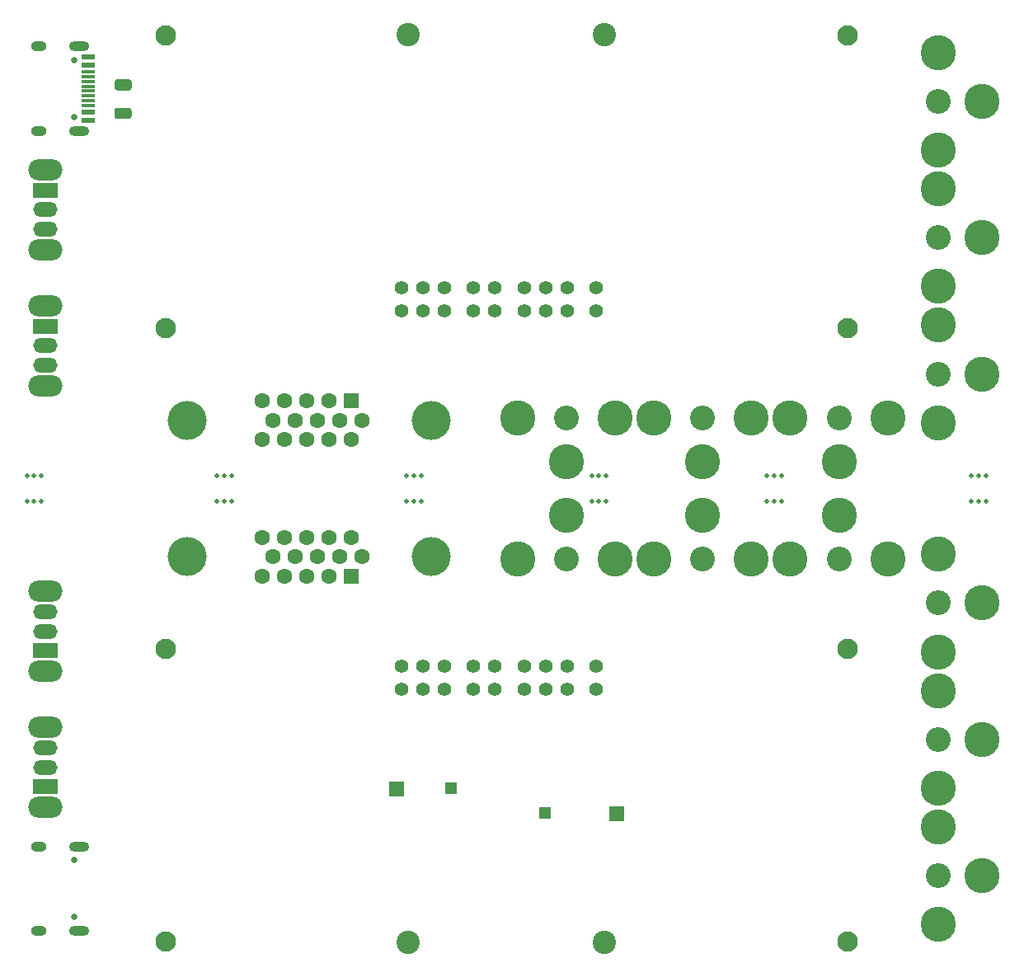
<source format=gbr>
%TF.GenerationSoftware,KiCad,Pcbnew,(5.1.10)-1*%
%TF.CreationDate,2021-12-13T12:24:24+01:00*%
%TF.ProjectId,Analog2HDMI_panel,416e616c-6f67-4324-9844-4d495f70616e,rev?*%
%TF.SameCoordinates,Original*%
%TF.FileFunction,Soldermask,Top*%
%TF.FilePolarity,Negative*%
%FSLAX46Y46*%
G04 Gerber Fmt 4.6, Leading zero omitted, Abs format (unit mm)*
G04 Created by KiCad (PCBNEW (5.1.10)-1) date 2021-12-13 12:24:24*
%MOMM*%
%LPD*%
G01*
G04 APERTURE LIST*
%ADD10C,2.100000*%
%ADD11R,1.600000X1.600000*%
%ADD12C,1.600000*%
%ADD13C,4.000000*%
%ADD14C,3.616000*%
%ADD15C,2.550000*%
%ADD16R,1.500000X1.500000*%
%ADD17C,2.400000*%
%ADD18C,1.400000*%
%ADD19R,1.300000X1.300000*%
%ADD20O,1.600000X1.000000*%
%ADD21C,0.650000*%
%ADD22O,2.100000X1.000000*%
%ADD23R,2.500000X1.500000*%
%ADD24O,2.500000X1.500000*%
%ADD25O,3.500000X2.200000*%
%ADD26C,0.500000*%
%ADD27R,1.450000X0.600000*%
%ADD28R,1.450000X0.300000*%
G04 APERTURE END LIST*
D10*
%TO.C,H4*%
X185000000Y-118000000D03*
%TD*%
%TO.C,H1*%
X115000000Y-148000000D03*
%TD*%
%TO.C,H2*%
X115000000Y-118000000D03*
%TD*%
D11*
%TO.C,J2*%
X134060000Y-110500000D03*
D12*
X131770000Y-110500000D03*
X129480000Y-110500000D03*
X127190000Y-110500000D03*
X124900000Y-110500000D03*
X135205000Y-108520000D03*
X132915000Y-108520000D03*
X130625000Y-108520000D03*
X128335000Y-108520000D03*
X126045000Y-108520000D03*
X134060000Y-106540000D03*
X131770000Y-106540000D03*
X129480000Y-106540000D03*
X127190000Y-106540000D03*
X124900000Y-106540000D03*
D13*
X117245000Y-108450000D03*
X142245000Y-108450000D03*
%TD*%
D14*
%TO.C,J3*%
X156145000Y-104250000D03*
X151145000Y-108750000D03*
X161145000Y-108750000D03*
D15*
X156145000Y-108750000D03*
%TD*%
%TO.C,J4*%
X170145000Y-108750000D03*
D14*
X175145000Y-108750000D03*
X165145000Y-108750000D03*
X170145000Y-104250000D03*
%TD*%
%TO.C,J5*%
X184145000Y-104250000D03*
X179145000Y-108750000D03*
X189145000Y-108750000D03*
D15*
X184145000Y-108750000D03*
%TD*%
D10*
%TO.C,H3*%
X185000000Y-148000000D03*
%TD*%
D16*
%TO.C,J9*%
X138684000Y-132388000D03*
%TD*%
%TO.C,J10*%
X161290000Y-134928000D03*
%TD*%
D17*
%TO.C,U1*%
X139925000Y-148075000D03*
X160075000Y-148075000D03*
D18*
X139195000Y-122135000D03*
X141415000Y-122135000D03*
X143635000Y-122135000D03*
X146615000Y-122135000D03*
X148835000Y-122135000D03*
X151815000Y-122135000D03*
X154035000Y-122135000D03*
X156255000Y-122135000D03*
X159235000Y-122135000D03*
X156255000Y-119745000D03*
X159235000Y-119745000D03*
X154035000Y-119745000D03*
X151815000Y-119745000D03*
X148835000Y-119745000D03*
X146615000Y-119745000D03*
X141415000Y-119745000D03*
X139195000Y-119745000D03*
X143635000Y-119745000D03*
D19*
X153925000Y-134795000D03*
X144350000Y-132250000D03*
%TD*%
D14*
%TO.C,J6*%
X198855000Y-127265000D03*
X194355000Y-122265000D03*
X194355000Y-132265000D03*
D15*
X194355000Y-127265000D03*
%TD*%
D14*
%TO.C,J7*%
X198855000Y-113265000D03*
X194355000Y-108265000D03*
X194355000Y-118265000D03*
D15*
X194355000Y-113265000D03*
%TD*%
%TO.C,J8*%
X194355000Y-141265000D03*
D14*
X194355000Y-146265000D03*
X194355000Y-136265000D03*
X198855000Y-141265000D03*
%TD*%
D20*
%TO.C,J1*%
X101960000Y-138245000D03*
D21*
X105610000Y-139675000D03*
D20*
X101960000Y-146885000D03*
D21*
X105610000Y-145455000D03*
D22*
X106140000Y-146885000D03*
X106140000Y-138245000D03*
%TD*%
D23*
%TO.C,SW1*%
X102616000Y-132134000D03*
D24*
X102616000Y-130134000D03*
X102616000Y-128134000D03*
D25*
X102616000Y-134234000D03*
X102616000Y-126034000D03*
%TD*%
D23*
%TO.C,SW2*%
X102616000Y-118164000D03*
D24*
X102616000Y-116164000D03*
X102616000Y-114164000D03*
D25*
X102616000Y-120264000D03*
X102616000Y-112064000D03*
%TD*%
D26*
%TO.C,mouse-bite-3mm-slot*%
X178250000Y-102800000D03*
X176750000Y-102800000D03*
X176750000Y-100200000D03*
X178250000Y-100200000D03*
X177500000Y-102800000D03*
X177500000Y-100200000D03*
%TD*%
%TO.C,mouse-bite-3mm-slot*%
X121750000Y-102800000D03*
X120250000Y-102800000D03*
X120250000Y-100200000D03*
X121750000Y-100200000D03*
X121000000Y-102800000D03*
X121000000Y-100200000D03*
%TD*%
%TO.C,mouse-bite-3mm-slot*%
X160250000Y-102800000D03*
X158750000Y-102800000D03*
X158750000Y-100200000D03*
X160250000Y-100200000D03*
X159500000Y-102800000D03*
X159500000Y-100200000D03*
%TD*%
%TO.C,mouse-bite-3mm-slot*%
X141250000Y-102800000D03*
X139750000Y-102800000D03*
X139750000Y-100200000D03*
X141250000Y-100200000D03*
X140500000Y-102800000D03*
X140500000Y-100200000D03*
%TD*%
%TO.C,mouse-bite-3mm-slot*%
X198500000Y-102800000D03*
X198500000Y-100200000D03*
X197750000Y-102800000D03*
X199250000Y-102800000D03*
X199250000Y-100200000D03*
X197750000Y-100200000D03*
%TD*%
%TO.C,mouse-bite-3mm-slot*%
X101500000Y-100200000D03*
X101500000Y-102800000D03*
X102250000Y-100200000D03*
X100750000Y-100200000D03*
X100750000Y-102800000D03*
X102250000Y-102800000D03*
%TD*%
D18*
%TO.C,U1*%
X143635000Y-83255000D03*
X139195000Y-83255000D03*
X141415000Y-83255000D03*
X146615000Y-83255000D03*
X148835000Y-83255000D03*
X151815000Y-83255000D03*
X154035000Y-83255000D03*
X159235000Y-83255000D03*
X156255000Y-83255000D03*
X159235000Y-80865000D03*
X156255000Y-80865000D03*
X154035000Y-80865000D03*
X151815000Y-80865000D03*
X148835000Y-80865000D03*
X146615000Y-80865000D03*
X143635000Y-80865000D03*
X141415000Y-80865000D03*
X139195000Y-80865000D03*
D17*
X160075000Y-54925000D03*
X139925000Y-54925000D03*
%TD*%
D25*
%TO.C,SW2*%
X102616000Y-90936000D03*
X102616000Y-82736000D03*
D24*
X102616000Y-88836000D03*
X102616000Y-86836000D03*
D23*
X102616000Y-84836000D03*
%TD*%
D25*
%TO.C,SW1*%
X102616000Y-76966000D03*
X102616000Y-68766000D03*
D24*
X102616000Y-74866000D03*
X102616000Y-72866000D03*
D23*
X102616000Y-70866000D03*
%TD*%
D27*
%TO.C,J1*%
X107055000Y-63685000D03*
X107055000Y-62885000D03*
X107055000Y-57985000D03*
X107055000Y-57185000D03*
X107055000Y-57185000D03*
X107055000Y-57985000D03*
X107055000Y-62885000D03*
X107055000Y-63685000D03*
D28*
X107055000Y-58685000D03*
X107055000Y-59185000D03*
X107055000Y-59685000D03*
X107055000Y-60685000D03*
X107055000Y-61185000D03*
X107055000Y-61685000D03*
X107055000Y-62185000D03*
X107055000Y-60185000D03*
D22*
X106140000Y-64755000D03*
X106140000Y-56115000D03*
D21*
X105610000Y-57545000D03*
D20*
X101960000Y-56115000D03*
D21*
X105610000Y-63325000D03*
D20*
X101960000Y-64755000D03*
%TD*%
D14*
%TO.C,J8*%
X198855000Y-61735000D03*
X194355000Y-66735000D03*
X194355000Y-56735000D03*
D15*
X194355000Y-61735000D03*
%TD*%
%TO.C,J7*%
X194355000Y-89735000D03*
D14*
X194355000Y-84735000D03*
X194355000Y-94735000D03*
X198855000Y-89735000D03*
%TD*%
D15*
%TO.C,J6*%
X194355000Y-75735000D03*
D14*
X194355000Y-70735000D03*
X194355000Y-80735000D03*
X198855000Y-75735000D03*
%TD*%
D15*
%TO.C,J5*%
X184145000Y-94250000D03*
D14*
X189145000Y-94250000D03*
X179145000Y-94250000D03*
X184145000Y-98750000D03*
%TD*%
%TO.C,J4*%
X170145000Y-98750000D03*
X165145000Y-94250000D03*
X175145000Y-94250000D03*
D15*
X170145000Y-94250000D03*
%TD*%
%TO.C,J3*%
X156145000Y-94250000D03*
D14*
X161145000Y-94250000D03*
X151145000Y-94250000D03*
X156145000Y-98750000D03*
%TD*%
D10*
%TO.C,H4*%
X185000000Y-85000000D03*
%TD*%
%TO.C,H3*%
X185000000Y-55000000D03*
%TD*%
%TO.C,H2*%
X115000000Y-85000000D03*
%TD*%
%TO.C,H1*%
X115000000Y-55000000D03*
%TD*%
%TO.C,R1*%
G36*
G01*
X111255002Y-60612500D02*
X110004998Y-60612500D01*
G75*
G02*
X109755000Y-60362502I0J249998D01*
G01*
X109755000Y-59737498D01*
G75*
G02*
X110004998Y-59487500I249998J0D01*
G01*
X111255002Y-59487500D01*
G75*
G02*
X111505000Y-59737498I0J-249998D01*
G01*
X111505000Y-60362502D01*
G75*
G02*
X111255002Y-60612500I-249998J0D01*
G01*
G37*
G36*
G01*
X111255002Y-63537500D02*
X110004998Y-63537500D01*
G75*
G02*
X109755000Y-63287502I0J249998D01*
G01*
X109755000Y-62662498D01*
G75*
G02*
X110004998Y-62412500I249998J0D01*
G01*
X111255002Y-62412500D01*
G75*
G02*
X111505000Y-62662498I0J-249998D01*
G01*
X111505000Y-63287502D01*
G75*
G02*
X111255002Y-63537500I-249998J0D01*
G01*
G37*
%TD*%
D13*
%TO.C,J2*%
X142245000Y-94550000D03*
X117245000Y-94550000D03*
D12*
X124900000Y-96460000D03*
X127190000Y-96460000D03*
X129480000Y-96460000D03*
X131770000Y-96460000D03*
X134060000Y-96460000D03*
X126045000Y-94480000D03*
X128335000Y-94480000D03*
X130625000Y-94480000D03*
X132915000Y-94480000D03*
X135205000Y-94480000D03*
X124900000Y-92500000D03*
X127190000Y-92500000D03*
X129480000Y-92500000D03*
X131770000Y-92500000D03*
D11*
X134060000Y-92500000D03*
%TD*%
M02*

</source>
